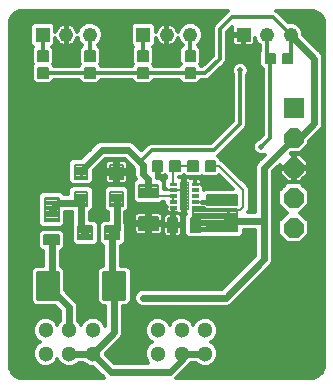
<source format=gbl>
G75*
%MOIN*%
%OFA0B0*%
%FSLAX25Y25*%
%IPPOS*%
%LPD*%
%AMOC8*
5,1,8,0,0,1.08239X$1,22.5*
%
%ADD10R,0.06600X0.06600*%
%ADD11OC8,0.06600*%
%ADD12C,0.00750*%
%ADD13C,0.01181*%
%ADD14C,0.05118*%
%ADD15R,0.04800X0.04800*%
%ADD16C,0.04800*%
%ADD17C,0.00827*%
%ADD18C,0.00531*%
%ADD19C,0.00561*%
%ADD20C,0.00148*%
%ADD21C,0.00496*%
%ADD22C,0.01969*%
%ADD23C,0.00591*%
%ADD24C,0.00738*%
%ADD25C,0.01200*%
%ADD26C,0.02362*%
%ADD27C,0.00787*%
%ADD28C,0.02362*%
%ADD29C,0.01575*%
D10*
X0113349Y0110626D03*
D11*
X0113349Y0100626D03*
X0113349Y0090626D03*
X0113349Y0080626D03*
X0113349Y0070626D03*
D12*
X0056419Y0082545D02*
X0052169Y0082545D01*
X0056419Y0082545D02*
X0056419Y0077895D01*
X0052169Y0077895D01*
X0052169Y0082545D01*
X0052169Y0078644D02*
X0056419Y0078644D01*
X0056419Y0079393D02*
X0052169Y0079393D01*
X0052169Y0080142D02*
X0056419Y0080142D01*
X0056419Y0080891D02*
X0052169Y0080891D01*
X0052169Y0081640D02*
X0056419Y0081640D01*
X0056419Y0082389D02*
X0052169Y0082389D01*
X0052169Y0091545D02*
X0056419Y0091545D01*
X0056419Y0086895D01*
X0052169Y0086895D01*
X0052169Y0091545D01*
X0052169Y0087644D02*
X0056419Y0087644D01*
X0056419Y0088393D02*
X0052169Y0088393D01*
X0052169Y0089142D02*
X0056419Y0089142D01*
X0056419Y0089891D02*
X0052169Y0089891D01*
X0052169Y0090640D02*
X0056419Y0090640D01*
X0056419Y0091389D02*
X0052169Y0091389D01*
X0044608Y0091545D02*
X0040358Y0091545D01*
X0044608Y0091545D02*
X0044608Y0086895D01*
X0040358Y0086895D01*
X0040358Y0091545D01*
X0040358Y0087644D02*
X0044608Y0087644D01*
X0044608Y0088393D02*
X0040358Y0088393D01*
X0040358Y0089142D02*
X0044608Y0089142D01*
X0044608Y0089891D02*
X0040358Y0089891D01*
X0040358Y0090640D02*
X0044608Y0090640D01*
X0044608Y0091389D02*
X0040358Y0091389D01*
X0040358Y0082545D02*
X0044608Y0082545D01*
X0044608Y0077895D01*
X0040358Y0077895D01*
X0040358Y0082545D01*
X0040358Y0078644D02*
X0044608Y0078644D01*
X0044608Y0079393D02*
X0040358Y0079393D01*
X0040358Y0080142D02*
X0044608Y0080142D01*
X0044608Y0080891D02*
X0040358Y0080891D01*
X0040358Y0081640D02*
X0044608Y0081640D01*
X0044608Y0082389D02*
X0040358Y0082389D01*
X0041564Y0071097D02*
X0041564Y0066847D01*
X0041564Y0071097D02*
X0046214Y0071097D01*
X0046214Y0066847D01*
X0041564Y0066847D01*
X0041564Y0067596D02*
X0046214Y0067596D01*
X0046214Y0068345D02*
X0041564Y0068345D01*
X0041564Y0069094D02*
X0046214Y0069094D01*
X0046214Y0069843D02*
X0041564Y0069843D01*
X0041564Y0070592D02*
X0046214Y0070592D01*
X0050564Y0071097D02*
X0050564Y0066847D01*
X0050564Y0071097D02*
X0055214Y0071097D01*
X0055214Y0066847D01*
X0050564Y0066847D01*
X0050564Y0067596D02*
X0055214Y0067596D01*
X0055214Y0068345D02*
X0050564Y0068345D01*
X0050564Y0069094D02*
X0055214Y0069094D01*
X0055214Y0069843D02*
X0050564Y0069843D01*
X0050564Y0070592D02*
X0055214Y0070592D01*
D13*
X0056933Y0055587D02*
X0050239Y0055587D01*
X0056933Y0055587D02*
X0056933Y0046925D01*
X0050239Y0046925D01*
X0050239Y0055587D01*
X0050239Y0048105D02*
X0056933Y0048105D01*
X0056933Y0049285D02*
X0050239Y0049285D01*
X0050239Y0050465D02*
X0056933Y0050465D01*
X0056933Y0051645D02*
X0050239Y0051645D01*
X0050239Y0052825D02*
X0056933Y0052825D01*
X0056933Y0054005D02*
X0050239Y0054005D01*
X0050239Y0055185D02*
X0056933Y0055185D01*
X0034728Y0046925D02*
X0028034Y0046925D01*
X0028034Y0055587D01*
X0034728Y0055587D01*
X0034728Y0046925D01*
X0034728Y0048105D02*
X0028034Y0048105D01*
X0028034Y0049285D02*
X0034728Y0049285D01*
X0034728Y0050465D02*
X0028034Y0050465D01*
X0028034Y0051645D02*
X0034728Y0051645D01*
X0034728Y0052825D02*
X0028034Y0052825D01*
X0028034Y0054005D02*
X0034728Y0054005D01*
X0034728Y0055185D02*
X0028034Y0055185D01*
X0062168Y0092594D02*
X0066105Y0096531D01*
X0086775Y0096531D01*
X0095534Y0105291D01*
X0095534Y0123106D01*
X0088743Y0127043D02*
X0088743Y0136886D01*
X0092680Y0140823D01*
X0106460Y0140823D01*
X0112365Y0134917D01*
X0112365Y0128126D01*
X0111282Y0127043D01*
X0105574Y0127043D02*
X0105475Y0126945D01*
X0105475Y0100469D01*
X0102523Y0097516D01*
X0083920Y0122220D02*
X0078900Y0122220D01*
X0063152Y0122220D01*
X0045436Y0122220D01*
X0029688Y0122220D01*
X0029688Y0127929D02*
X0029688Y0134917D01*
X0045436Y0134917D02*
X0045436Y0127929D01*
X0063152Y0127929D02*
X0063152Y0134917D01*
X0078900Y0134917D02*
X0078900Y0127929D01*
X0083920Y0122220D02*
X0088743Y0127043D01*
X0104491Y0128126D02*
X0104491Y0134917D01*
X0104491Y0128126D02*
X0105574Y0127043D01*
D14*
X0083822Y0036492D03*
X0083822Y0028618D03*
X0075948Y0028618D03*
X0075948Y0036492D03*
X0068074Y0036492D03*
X0068074Y0028618D03*
X0046420Y0028618D03*
X0046420Y0036492D03*
X0038546Y0036492D03*
X0038546Y0028618D03*
X0030672Y0028618D03*
X0030672Y0036492D03*
D15*
X0029688Y0134917D03*
X0063152Y0134917D03*
X0096617Y0134917D03*
D16*
X0104491Y0134917D03*
X0112365Y0134917D03*
X0078900Y0134917D03*
X0071026Y0134917D03*
X0045436Y0134917D03*
X0037562Y0134917D03*
D17*
X0030298Y0080567D02*
X0030298Y0072733D01*
X0030298Y0080567D02*
X0034984Y0080567D01*
X0034984Y0072733D01*
X0030298Y0072733D01*
X0030298Y0073559D02*
X0034984Y0073559D01*
X0034984Y0074385D02*
X0030298Y0074385D01*
X0030298Y0075211D02*
X0034984Y0075211D01*
X0034984Y0076037D02*
X0030298Y0076037D01*
X0030298Y0076863D02*
X0034984Y0076863D01*
X0034984Y0077689D02*
X0030298Y0077689D01*
X0030298Y0078515D02*
X0034984Y0078515D01*
X0034984Y0079341D02*
X0030298Y0079341D01*
X0030298Y0080167D02*
X0034984Y0080167D01*
D18*
X0030150Y0068116D02*
X0030150Y0065104D01*
X0030150Y0068116D02*
X0035132Y0068116D01*
X0035132Y0065104D01*
X0030150Y0065104D01*
X0030150Y0065634D02*
X0035132Y0065634D01*
X0035132Y0066164D02*
X0030150Y0066164D01*
X0030150Y0066694D02*
X0035132Y0066694D01*
X0035132Y0067224D02*
X0030150Y0067224D01*
X0030150Y0067754D02*
X0035132Y0067754D01*
X0071528Y0073786D02*
X0074540Y0073786D01*
X0074540Y0069198D01*
X0071528Y0069198D01*
X0071528Y0073786D01*
X0071528Y0069728D02*
X0074540Y0069728D01*
X0074540Y0070258D02*
X0071528Y0070258D01*
X0071528Y0070788D02*
X0074540Y0070788D01*
X0074540Y0071318D02*
X0071528Y0071318D01*
X0071528Y0071848D02*
X0074540Y0071848D01*
X0074540Y0072378D02*
X0071528Y0072378D01*
X0071528Y0072908D02*
X0074540Y0072908D01*
X0074540Y0073438D02*
X0071528Y0073438D01*
X0079009Y0073786D02*
X0082021Y0073786D01*
X0082021Y0069198D01*
X0079009Y0069198D01*
X0079009Y0073786D01*
X0079009Y0069728D02*
X0082021Y0069728D01*
X0082021Y0070258D02*
X0079009Y0070258D01*
X0079009Y0070788D02*
X0082021Y0070788D01*
X0082021Y0071318D02*
X0079009Y0071318D01*
X0079009Y0071848D02*
X0082021Y0071848D01*
X0082021Y0072378D02*
X0079009Y0072378D01*
X0079009Y0072908D02*
X0082021Y0072908D01*
X0082021Y0073438D02*
X0079009Y0073438D01*
D19*
X0078236Y0089587D02*
X0081416Y0089587D01*
X0078236Y0089587D02*
X0078236Y0092767D01*
X0081416Y0092767D01*
X0081416Y0089587D01*
X0081416Y0090147D02*
X0078236Y0090147D01*
X0078236Y0090707D02*
X0081416Y0090707D01*
X0081416Y0091267D02*
X0078236Y0091267D01*
X0078236Y0091827D02*
X0081416Y0091827D01*
X0081416Y0092387D02*
X0078236Y0092387D01*
X0075313Y0089587D02*
X0072133Y0089587D01*
X0072133Y0092767D01*
X0075313Y0092767D01*
X0075313Y0089587D01*
X0075313Y0090147D02*
X0072133Y0090147D01*
X0072133Y0090707D02*
X0075313Y0090707D01*
X0075313Y0091267D02*
X0072133Y0091267D01*
X0072133Y0091827D02*
X0075313Y0091827D01*
X0075313Y0092387D02*
X0072133Y0092387D01*
X0069605Y0089587D02*
X0066425Y0089587D01*
X0066425Y0092767D01*
X0069605Y0092767D01*
X0069605Y0089587D01*
X0069605Y0090147D02*
X0066425Y0090147D01*
X0066425Y0090707D02*
X0069605Y0090707D01*
X0069605Y0091267D02*
X0066425Y0091267D01*
X0066425Y0091827D02*
X0069605Y0091827D01*
X0069605Y0092387D02*
X0066425Y0092387D01*
X0083944Y0089587D02*
X0087124Y0089587D01*
X0083944Y0089587D02*
X0083944Y0092767D01*
X0087124Y0092767D01*
X0087124Y0089587D01*
X0087124Y0090147D02*
X0083944Y0090147D01*
X0083944Y0090707D02*
X0087124Y0090707D01*
X0087124Y0091267D02*
X0083944Y0091267D01*
X0083944Y0091827D02*
X0087124Y0091827D01*
X0087124Y0092387D02*
X0083944Y0092387D01*
X0080490Y0120630D02*
X0080490Y0123810D01*
X0080490Y0120630D02*
X0077310Y0120630D01*
X0077310Y0123810D01*
X0080490Y0123810D01*
X0080490Y0121190D02*
X0077310Y0121190D01*
X0077310Y0121750D02*
X0080490Y0121750D01*
X0080490Y0122310D02*
X0077310Y0122310D01*
X0077310Y0122870D02*
X0080490Y0122870D01*
X0080490Y0123430D02*
X0077310Y0123430D01*
X0080490Y0126339D02*
X0080490Y0129519D01*
X0080490Y0126339D02*
X0077310Y0126339D01*
X0077310Y0129519D01*
X0080490Y0129519D01*
X0080490Y0126899D02*
X0077310Y0126899D01*
X0077310Y0127459D02*
X0080490Y0127459D01*
X0080490Y0128019D02*
X0077310Y0128019D01*
X0077310Y0128579D02*
X0080490Y0128579D01*
X0080490Y0129139D02*
X0077310Y0129139D01*
X0064742Y0129519D02*
X0064742Y0126339D01*
X0061562Y0126339D01*
X0061562Y0129519D01*
X0064742Y0129519D01*
X0064742Y0126899D02*
X0061562Y0126899D01*
X0061562Y0127459D02*
X0064742Y0127459D01*
X0064742Y0128019D02*
X0061562Y0128019D01*
X0061562Y0128579D02*
X0064742Y0128579D01*
X0064742Y0129139D02*
X0061562Y0129139D01*
X0064742Y0123810D02*
X0064742Y0120630D01*
X0061562Y0120630D01*
X0061562Y0123810D01*
X0064742Y0123810D01*
X0064742Y0121190D02*
X0061562Y0121190D01*
X0061562Y0121750D02*
X0064742Y0121750D01*
X0064742Y0122310D02*
X0061562Y0122310D01*
X0061562Y0122870D02*
X0064742Y0122870D01*
X0064742Y0123430D02*
X0061562Y0123430D01*
X0047026Y0123810D02*
X0047026Y0120630D01*
X0043846Y0120630D01*
X0043846Y0123810D01*
X0047026Y0123810D01*
X0047026Y0121190D02*
X0043846Y0121190D01*
X0043846Y0121750D02*
X0047026Y0121750D01*
X0047026Y0122310D02*
X0043846Y0122310D01*
X0043846Y0122870D02*
X0047026Y0122870D01*
X0047026Y0123430D02*
X0043846Y0123430D01*
X0047026Y0126339D02*
X0047026Y0129519D01*
X0047026Y0126339D02*
X0043846Y0126339D01*
X0043846Y0129519D01*
X0047026Y0129519D01*
X0047026Y0126899D02*
X0043846Y0126899D01*
X0043846Y0127459D02*
X0047026Y0127459D01*
X0047026Y0128019D02*
X0043846Y0128019D01*
X0043846Y0128579D02*
X0047026Y0128579D01*
X0047026Y0129139D02*
X0043846Y0129139D01*
X0031278Y0129519D02*
X0031278Y0126339D01*
X0028098Y0126339D01*
X0028098Y0129519D01*
X0031278Y0129519D01*
X0031278Y0126899D02*
X0028098Y0126899D01*
X0028098Y0127459D02*
X0031278Y0127459D01*
X0031278Y0128019D02*
X0028098Y0128019D01*
X0028098Y0128579D02*
X0031278Y0128579D01*
X0031278Y0129139D02*
X0028098Y0129139D01*
X0031278Y0123810D02*
X0031278Y0120630D01*
X0028098Y0120630D01*
X0028098Y0123810D01*
X0031278Y0123810D01*
X0031278Y0121190D02*
X0028098Y0121190D01*
X0028098Y0121750D02*
X0031278Y0121750D01*
X0031278Y0122310D02*
X0028098Y0122310D01*
X0028098Y0122870D02*
X0031278Y0122870D01*
X0031278Y0123430D02*
X0028098Y0123430D01*
X0103984Y0125453D02*
X0107164Y0125453D01*
X0103984Y0125453D02*
X0103984Y0128633D01*
X0107164Y0128633D01*
X0107164Y0125453D01*
X0107164Y0126013D02*
X0103984Y0126013D01*
X0103984Y0126573D02*
X0107164Y0126573D01*
X0107164Y0127133D02*
X0103984Y0127133D01*
X0103984Y0127693D02*
X0107164Y0127693D01*
X0107164Y0128253D02*
X0103984Y0128253D01*
X0109692Y0125453D02*
X0112872Y0125453D01*
X0109692Y0125453D02*
X0109692Y0128633D01*
X0112872Y0128633D01*
X0112872Y0125453D01*
X0112872Y0126013D02*
X0109692Y0126013D01*
X0109692Y0126573D02*
X0112872Y0126573D01*
X0112872Y0127133D02*
X0109692Y0127133D01*
X0109692Y0127693D02*
X0112872Y0127693D01*
X0112872Y0128253D02*
X0109692Y0128253D01*
D20*
X0079605Y0085690D02*
X0079605Y0084854D01*
X0079605Y0085690D02*
X0081425Y0085690D01*
X0081425Y0084854D01*
X0079605Y0084854D01*
X0079605Y0085001D02*
X0081425Y0085001D01*
X0081425Y0085148D02*
X0079605Y0085148D01*
X0079605Y0085295D02*
X0081425Y0085295D01*
X0081425Y0085442D02*
X0079605Y0085442D01*
X0079605Y0085589D02*
X0081425Y0085589D01*
X0079605Y0083721D02*
X0079605Y0082885D01*
X0079605Y0083721D02*
X0081425Y0083721D01*
X0081425Y0082885D01*
X0079605Y0082885D01*
X0079605Y0083032D02*
X0081425Y0083032D01*
X0081425Y0083179D02*
X0079605Y0083179D01*
X0079605Y0083326D02*
X0081425Y0083326D01*
X0081425Y0083473D02*
X0079605Y0083473D01*
X0079605Y0083620D02*
X0081425Y0083620D01*
X0079605Y0081753D02*
X0079605Y0080917D01*
X0079605Y0081753D02*
X0081425Y0081753D01*
X0081425Y0080917D01*
X0079605Y0080917D01*
X0079605Y0081064D02*
X0081425Y0081064D01*
X0081425Y0081211D02*
X0079605Y0081211D01*
X0079605Y0081358D02*
X0081425Y0081358D01*
X0081425Y0081505D02*
X0079605Y0081505D01*
X0079605Y0081652D02*
X0081425Y0081652D01*
X0079605Y0079784D02*
X0079605Y0078948D01*
X0079605Y0079784D02*
X0081425Y0079784D01*
X0081425Y0078948D01*
X0079605Y0078948D01*
X0079605Y0079095D02*
X0081425Y0079095D01*
X0081425Y0079242D02*
X0079605Y0079242D01*
X0079605Y0079389D02*
X0081425Y0079389D01*
X0081425Y0079536D02*
X0079605Y0079536D01*
X0079605Y0079683D02*
X0081425Y0079683D01*
X0079605Y0077816D02*
X0079605Y0076980D01*
X0079605Y0077816D02*
X0081425Y0077816D01*
X0081425Y0076980D01*
X0079605Y0076980D01*
X0079605Y0077127D02*
X0081425Y0077127D01*
X0081425Y0077274D02*
X0079605Y0077274D01*
X0079605Y0077421D02*
X0081425Y0077421D01*
X0081425Y0077568D02*
X0079605Y0077568D01*
X0079605Y0077715D02*
X0081425Y0077715D01*
X0072124Y0077816D02*
X0072124Y0076980D01*
X0072124Y0077816D02*
X0073944Y0077816D01*
X0073944Y0076980D01*
X0072124Y0076980D01*
X0072124Y0077127D02*
X0073944Y0077127D01*
X0073944Y0077274D02*
X0072124Y0077274D01*
X0072124Y0077421D02*
X0073944Y0077421D01*
X0073944Y0077568D02*
X0072124Y0077568D01*
X0072124Y0077715D02*
X0073944Y0077715D01*
X0072124Y0078948D02*
X0072124Y0079784D01*
X0073944Y0079784D01*
X0073944Y0078948D01*
X0072124Y0078948D01*
X0072124Y0079095D02*
X0073944Y0079095D01*
X0073944Y0079242D02*
X0072124Y0079242D01*
X0072124Y0079389D02*
X0073944Y0079389D01*
X0073944Y0079536D02*
X0072124Y0079536D01*
X0072124Y0079683D02*
X0073944Y0079683D01*
X0072124Y0080917D02*
X0072124Y0081753D01*
X0073944Y0081753D01*
X0073944Y0080917D01*
X0072124Y0080917D01*
X0072124Y0081064D02*
X0073944Y0081064D01*
X0073944Y0081211D02*
X0072124Y0081211D01*
X0072124Y0081358D02*
X0073944Y0081358D01*
X0073944Y0081505D02*
X0072124Y0081505D01*
X0072124Y0081652D02*
X0073944Y0081652D01*
X0072124Y0082885D02*
X0072124Y0083721D01*
X0073944Y0083721D01*
X0073944Y0082885D01*
X0072124Y0082885D01*
X0072124Y0083032D02*
X0073944Y0083032D01*
X0073944Y0083179D02*
X0072124Y0083179D01*
X0072124Y0083326D02*
X0073944Y0083326D01*
X0073944Y0083473D02*
X0072124Y0083473D01*
X0072124Y0083620D02*
X0073944Y0083620D01*
X0072124Y0084854D02*
X0072124Y0085690D01*
X0073944Y0085690D01*
X0073944Y0084854D01*
X0072124Y0084854D01*
X0072124Y0085001D02*
X0073944Y0085001D01*
X0073944Y0085148D02*
X0072124Y0085148D01*
X0072124Y0085295D02*
X0073944Y0085295D01*
X0073944Y0085442D02*
X0072124Y0085442D01*
X0072124Y0085589D02*
X0073944Y0085589D01*
D21*
X0075370Y0076859D02*
X0078180Y0076859D01*
X0075370Y0076859D02*
X0075370Y0085811D01*
X0078180Y0085811D01*
X0078180Y0076859D01*
X0078180Y0077354D02*
X0075370Y0077354D01*
X0075370Y0077849D02*
X0078180Y0077849D01*
X0078180Y0078344D02*
X0075370Y0078344D01*
X0075370Y0078839D02*
X0078180Y0078839D01*
X0078180Y0079334D02*
X0075370Y0079334D01*
X0075370Y0079829D02*
X0078180Y0079829D01*
X0078180Y0080324D02*
X0075370Y0080324D01*
X0075370Y0080819D02*
X0078180Y0080819D01*
X0078180Y0081314D02*
X0075370Y0081314D01*
X0075370Y0081809D02*
X0078180Y0081809D01*
X0078180Y0082304D02*
X0075370Y0082304D01*
X0075370Y0082799D02*
X0078180Y0082799D01*
X0078180Y0083294D02*
X0075370Y0083294D01*
X0075370Y0083789D02*
X0078180Y0083789D01*
X0078180Y0084284D02*
X0075370Y0084284D01*
X0075370Y0084779D02*
X0078180Y0084779D01*
X0078180Y0085274D02*
X0075370Y0085274D01*
X0075370Y0085769D02*
X0078180Y0085769D01*
D22*
X0076775Y0085075D03*
X0076775Y0081335D03*
X0076775Y0077594D03*
X0102523Y0059130D03*
X0102523Y0097516D03*
X0098674Y0109140D03*
X0095534Y0123106D03*
X0063152Y0047319D03*
D23*
X0084550Y0072771D02*
X0094590Y0072771D01*
X0094590Y0069425D01*
X0084550Y0069425D01*
X0084550Y0072771D01*
X0084550Y0070015D02*
X0094590Y0070015D01*
X0094590Y0070605D02*
X0084550Y0070605D01*
X0084550Y0071195D02*
X0094590Y0071195D01*
X0094590Y0071785D02*
X0084550Y0071785D01*
X0084550Y0072375D02*
X0094590Y0072375D01*
X0094590Y0081433D02*
X0084550Y0081433D01*
X0094590Y0081433D02*
X0094590Y0078087D01*
X0084550Y0078087D01*
X0084550Y0081433D01*
X0084550Y0078677D02*
X0094590Y0078677D01*
X0094590Y0079267D02*
X0084550Y0079267D01*
X0084550Y0079857D02*
X0094590Y0079857D01*
X0094590Y0080447D02*
X0084550Y0080447D01*
X0084550Y0081037D02*
X0094590Y0081037D01*
D24*
X0061887Y0080720D02*
X0061887Y0084902D01*
X0068039Y0084902D01*
X0068039Y0080720D01*
X0061887Y0080720D01*
X0061887Y0081457D02*
X0068039Y0081457D01*
X0068039Y0082194D02*
X0061887Y0082194D01*
X0061887Y0082931D02*
X0068039Y0082931D01*
X0068039Y0083668D02*
X0061887Y0083668D01*
X0061887Y0084405D02*
X0068039Y0084405D01*
X0061887Y0074075D02*
X0061887Y0069893D01*
X0061887Y0074075D02*
X0068039Y0074075D01*
X0068039Y0069893D01*
X0061887Y0069893D01*
X0061887Y0070630D02*
X0068039Y0070630D01*
X0068039Y0071367D02*
X0061887Y0071367D01*
X0061887Y0072104D02*
X0068039Y0072104D01*
X0068039Y0072841D02*
X0061887Y0072841D01*
X0061887Y0073578D02*
X0068039Y0073578D01*
D25*
X0019385Y0022400D02*
X0020517Y0021267D01*
X0021997Y0020654D01*
X0022798Y0020576D01*
X0050247Y0020576D01*
X0046563Y0024259D01*
X0045553Y0024259D01*
X0043951Y0024923D01*
X0043237Y0025637D01*
X0041730Y0025637D01*
X0041015Y0024923D01*
X0039413Y0024259D01*
X0037679Y0024259D01*
X0036077Y0024923D01*
X0034851Y0026149D01*
X0034609Y0026732D01*
X0034368Y0026149D01*
X0033141Y0024923D01*
X0031539Y0024259D01*
X0029805Y0024259D01*
X0028203Y0024923D01*
X0026977Y0026149D01*
X0026313Y0027751D01*
X0026313Y0029485D01*
X0026977Y0031087D01*
X0028203Y0032314D01*
X0028786Y0032555D01*
X0028203Y0032797D01*
X0026977Y0034023D01*
X0026313Y0035625D01*
X0026313Y0037359D01*
X0026977Y0038961D01*
X0028203Y0040188D01*
X0029805Y0040851D01*
X0031539Y0040851D01*
X0033141Y0040188D01*
X0034368Y0038961D01*
X0034609Y0038378D01*
X0034851Y0038961D01*
X0035565Y0039676D01*
X0035565Y0042856D01*
X0033886Y0044535D01*
X0027559Y0044535D01*
X0026680Y0044899D01*
X0026008Y0045571D01*
X0025644Y0046450D01*
X0025644Y0056062D01*
X0026008Y0056941D01*
X0026680Y0057613D01*
X0027559Y0057977D01*
X0029660Y0057977D01*
X0029660Y0063039D01*
X0029295Y0063039D01*
X0028085Y0064249D01*
X0028085Y0068972D01*
X0029295Y0070182D01*
X0035986Y0070182D01*
X0037197Y0068972D01*
X0037197Y0064249D01*
X0035986Y0063039D01*
X0035622Y0063039D01*
X0035622Y0057804D01*
X0036081Y0057613D01*
X0036754Y0056941D01*
X0037118Y0056062D01*
X0037118Y0049735D01*
X0040235Y0046618D01*
X0041073Y0045779D01*
X0041527Y0044684D01*
X0041527Y0039676D01*
X0042242Y0038961D01*
X0042483Y0038378D01*
X0042725Y0038961D01*
X0043951Y0040188D01*
X0045553Y0040851D01*
X0047287Y0040851D01*
X0048889Y0040188D01*
X0050116Y0038961D01*
X0050604Y0037781D01*
X0050604Y0044535D01*
X0049764Y0044535D01*
X0048885Y0044899D01*
X0048212Y0045571D01*
X0047849Y0046450D01*
X0047849Y0056062D01*
X0048212Y0056941D01*
X0048885Y0057613D01*
X0049764Y0057977D01*
X0049908Y0057977D01*
X0049908Y0064672D01*
X0049663Y0064672D01*
X0048389Y0065947D01*
X0048389Y0071998D01*
X0049663Y0073272D01*
X0051313Y0073272D01*
X0051313Y0075720D01*
X0051268Y0075720D01*
X0049994Y0076995D01*
X0049994Y0083446D01*
X0051268Y0084720D01*
X0057320Y0084720D01*
X0058594Y0083446D01*
X0058594Y0076995D01*
X0057320Y0075720D01*
X0057275Y0075720D01*
X0057275Y0072112D01*
X0057389Y0071998D01*
X0057389Y0065947D01*
X0056115Y0064672D01*
X0055870Y0064672D01*
X0055870Y0057977D01*
X0057407Y0057977D01*
X0058286Y0057613D01*
X0058959Y0056941D01*
X0059323Y0056062D01*
X0059323Y0046450D01*
X0058959Y0045571D01*
X0058286Y0044899D01*
X0057407Y0044535D01*
X0056567Y0044535D01*
X0056567Y0035190D01*
X0056113Y0034095D01*
X0055274Y0033256D01*
X0050779Y0028761D01*
X0050779Y0028475D01*
X0053561Y0025694D01*
X0064834Y0025694D01*
X0064378Y0026149D01*
X0063715Y0027751D01*
X0063715Y0029485D01*
X0064378Y0031087D01*
X0065605Y0032314D01*
X0066188Y0032555D01*
X0065605Y0032797D01*
X0064378Y0034023D01*
X0063715Y0035625D01*
X0063715Y0037359D01*
X0064378Y0038961D01*
X0065605Y0040188D01*
X0067207Y0040851D01*
X0068941Y0040851D01*
X0070543Y0040188D01*
X0071769Y0038961D01*
X0072011Y0038378D01*
X0072252Y0038961D01*
X0073479Y0040188D01*
X0075081Y0040851D01*
X0076815Y0040851D01*
X0078417Y0040188D01*
X0079643Y0038961D01*
X0079885Y0038378D01*
X0080126Y0038961D01*
X0081353Y0040188D01*
X0082955Y0040851D01*
X0084689Y0040851D01*
X0086291Y0040188D01*
X0087517Y0038961D01*
X0088181Y0037359D01*
X0088181Y0035625D01*
X0087517Y0034023D01*
X0086291Y0032797D01*
X0085708Y0032555D01*
X0086291Y0032314D01*
X0087517Y0031087D01*
X0088181Y0029485D01*
X0088181Y0027751D01*
X0087517Y0026149D01*
X0086291Y0024923D01*
X0084689Y0024259D01*
X0082955Y0024259D01*
X0081353Y0024923D01*
X0080638Y0025637D01*
X0079131Y0025637D01*
X0078489Y0024995D01*
X0078475Y0024961D01*
X0074538Y0021024D01*
X0074090Y0020576D01*
X0119255Y0020576D01*
X0120056Y0020654D01*
X0121536Y0021267D01*
X0122668Y0022400D01*
X0123281Y0023880D01*
X0123360Y0024681D01*
X0123360Y0138854D01*
X0123281Y0139655D01*
X0122668Y0141135D01*
X0121536Y0142268D01*
X0120056Y0142881D01*
X0119255Y0142960D01*
X0107547Y0142960D01*
X0107814Y0142849D01*
X0111546Y0139117D01*
X0113200Y0139117D01*
X0114744Y0138478D01*
X0115926Y0137296D01*
X0116565Y0135753D01*
X0116565Y0134933D01*
X0122766Y0128732D01*
X0123220Y0127636D01*
X0123220Y0104797D01*
X0122766Y0103701D01*
X0121928Y0102862D01*
X0121928Y0102862D01*
X0118449Y0099384D01*
X0118449Y0098513D01*
X0115462Y0095526D01*
X0112623Y0095526D01*
X0112410Y0095313D01*
X0113063Y0095313D01*
X0113063Y0090912D01*
X0113063Y0090340D01*
X0108662Y0090340D01*
X0108662Y0088684D01*
X0111408Y0085939D01*
X0113063Y0085939D01*
X0113063Y0090340D01*
X0113635Y0090340D01*
X0113635Y0085939D01*
X0115291Y0085939D01*
X0118037Y0088684D01*
X0118037Y0090340D01*
X0113635Y0090340D01*
X0113635Y0090912D01*
X0113063Y0090912D01*
X0108662Y0090912D01*
X0108662Y0091565D01*
X0106488Y0089391D01*
X0106488Y0059521D01*
X0106034Y0058426D01*
X0105195Y0057587D01*
X0104211Y0056603D01*
X0104211Y0056603D01*
X0092400Y0044792D01*
X0091304Y0044338D01*
X0062559Y0044338D01*
X0061464Y0044792D01*
X0060625Y0045630D01*
X0060171Y0046726D01*
X0060171Y0047912D01*
X0060625Y0049008D01*
X0061464Y0049846D01*
X0062559Y0050300D01*
X0089477Y0050300D01*
X0099995Y0060819D01*
X0099995Y0060819D01*
X0100526Y0061349D01*
X0100526Y0069928D01*
X0096685Y0069928D01*
X0096685Y0068557D01*
X0095457Y0067330D01*
X0083073Y0067330D01*
X0082876Y0067133D01*
X0078153Y0067133D01*
X0076943Y0068343D01*
X0076943Y0074641D01*
X0077525Y0075223D01*
X0077001Y0075223D01*
X0077001Y0081108D01*
X0076548Y0081108D01*
X0076548Y0075223D01*
X0075357Y0075223D01*
X0075555Y0075108D01*
X0075863Y0074800D01*
X0076081Y0074424D01*
X0076193Y0074003D01*
X0076193Y0071778D01*
X0073320Y0071778D01*
X0072748Y0071778D01*
X0072748Y0071206D01*
X0069875Y0071206D01*
X0069875Y0068981D01*
X0069988Y0068561D01*
X0070206Y0068184D01*
X0070513Y0067876D01*
X0070890Y0067658D01*
X0071311Y0067546D01*
X0072748Y0067546D01*
X0072748Y0071206D01*
X0073320Y0071206D01*
X0073320Y0067546D01*
X0074758Y0067546D01*
X0075178Y0067658D01*
X0075555Y0067876D01*
X0075863Y0068184D01*
X0076081Y0068561D01*
X0076193Y0068981D01*
X0076193Y0071206D01*
X0073320Y0071206D01*
X0073320Y0071778D01*
X0073320Y0075439D01*
X0074557Y0075439D01*
X0074365Y0075550D01*
X0074342Y0075573D01*
X0074137Y0075518D01*
X0073034Y0075518D01*
X0073034Y0077074D01*
X0073034Y0077074D01*
X0073034Y0075518D01*
X0071932Y0075518D01*
X0071560Y0075618D01*
X0071227Y0075810D01*
X0070955Y0076082D01*
X0070762Y0076415D01*
X0070663Y0076787D01*
X0070663Y0077398D01*
X0071024Y0077398D01*
X0071024Y0077398D01*
X0070663Y0077398D01*
X0070663Y0077759D01*
X0070250Y0078172D01*
X0070250Y0079141D01*
X0069528Y0079141D01*
X0068938Y0078550D01*
X0060989Y0078550D01*
X0059719Y0079821D01*
X0059719Y0085801D01*
X0060756Y0086838D01*
X0060625Y0086969D01*
X0060171Y0088064D01*
X0060171Y0090375D01*
X0059641Y0090906D01*
X0056996Y0093550D01*
X0050608Y0093550D01*
X0046783Y0089726D01*
X0046783Y0085995D01*
X0045509Y0084720D01*
X0039457Y0084720D01*
X0038183Y0083446D01*
X0038183Y0081796D01*
X0036884Y0081796D01*
X0035900Y0082780D01*
X0029381Y0082780D01*
X0028085Y0081484D01*
X0028085Y0071815D01*
X0029381Y0070519D01*
X0035900Y0070519D01*
X0037197Y0071815D01*
X0037197Y0075834D01*
X0039344Y0075834D01*
X0039457Y0075720D01*
X0039502Y0075720D01*
X0039502Y0072112D01*
X0039389Y0071998D01*
X0039389Y0065947D01*
X0040663Y0064672D01*
X0047115Y0064672D01*
X0048389Y0065947D01*
X0048389Y0071998D01*
X0047115Y0073272D01*
X0045464Y0073272D01*
X0045464Y0075720D01*
X0045509Y0075720D01*
X0046783Y0076995D01*
X0046783Y0083446D01*
X0045509Y0084720D01*
X0039457Y0084720D01*
X0038183Y0085995D01*
X0038183Y0092446D01*
X0039457Y0093720D01*
X0042346Y0093720D01*
X0046846Y0098220D01*
X0047684Y0099059D01*
X0048780Y0099513D01*
X0058824Y0099513D01*
X0059920Y0099059D01*
X0062586Y0096393D01*
X0064079Y0097886D01*
X0064751Y0098558D01*
X0065630Y0098922D01*
X0085784Y0098922D01*
X0093144Y0106282D01*
X0093144Y0121602D01*
X0092750Y0122552D01*
X0092750Y0123660D01*
X0093174Y0124683D01*
X0093957Y0125467D01*
X0094981Y0125891D01*
X0096088Y0125891D01*
X0097111Y0125467D01*
X0097895Y0124683D01*
X0098319Y0123660D01*
X0098319Y0122552D01*
X0097925Y0121602D01*
X0097925Y0104816D01*
X0097561Y0103937D01*
X0096888Y0103265D01*
X0088228Y0094605D01*
X0089204Y0093629D01*
X0089204Y0093371D01*
X0089494Y0093371D01*
X0097368Y0085497D01*
X0098653Y0084212D01*
X0098653Y0076489D01*
X0098055Y0075891D01*
X0100526Y0075891D01*
X0100526Y0091219D01*
X0100980Y0092315D01*
X0101818Y0093153D01*
X0103623Y0094958D01*
X0103076Y0094731D01*
X0101969Y0094731D01*
X0100945Y0095155D01*
X0100162Y0095939D01*
X0099738Y0096962D01*
X0099738Y0098070D01*
X0100162Y0099093D01*
X0100945Y0099876D01*
X0101896Y0100270D01*
X0103085Y0101459D01*
X0103085Y0123411D01*
X0101904Y0124592D01*
X0101904Y0129495D01*
X0102100Y0129691D01*
X0102100Y0131368D01*
X0100930Y0132538D01*
X0100404Y0133808D01*
X0100404Y0132335D01*
X0100310Y0131982D01*
X0100127Y0131665D01*
X0099869Y0131407D01*
X0099553Y0131224D01*
X0099200Y0131130D01*
X0096817Y0131130D01*
X0096817Y0134717D01*
X0096417Y0134717D01*
X0096417Y0131130D01*
X0094034Y0131130D01*
X0093682Y0131224D01*
X0093365Y0131407D01*
X0093107Y0131665D01*
X0092924Y0131982D01*
X0092830Y0132335D01*
X0092830Y0134717D01*
X0096417Y0134717D01*
X0096417Y0135117D01*
X0092830Y0135117D01*
X0092830Y0137500D01*
X0092863Y0137625D01*
X0091134Y0135896D01*
X0091134Y0126568D01*
X0090770Y0125689D01*
X0090097Y0125017D01*
X0085274Y0120194D01*
X0084396Y0119830D01*
X0082571Y0119830D01*
X0082571Y0119769D01*
X0081352Y0118550D01*
X0076449Y0118550D01*
X0075230Y0119769D01*
X0075230Y0119830D01*
X0066823Y0119830D01*
X0066823Y0119769D01*
X0065604Y0118550D01*
X0060701Y0118550D01*
X0059482Y0119769D01*
X0059482Y0119830D01*
X0049106Y0119830D01*
X0049106Y0119769D01*
X0047887Y0118550D01*
X0042985Y0118550D01*
X0041766Y0119769D01*
X0041766Y0119830D01*
X0033358Y0119830D01*
X0033358Y0119769D01*
X0032139Y0118550D01*
X0027237Y0118550D01*
X0026018Y0119769D01*
X0026018Y0124672D01*
X0026421Y0125075D01*
X0026018Y0125478D01*
X0026018Y0130380D01*
X0026448Y0130811D01*
X0025488Y0131772D01*
X0025488Y0138063D01*
X0026542Y0139117D01*
X0032833Y0139117D01*
X0033888Y0138063D01*
X0033888Y0135860D01*
X0033920Y0136022D01*
X0034206Y0136711D01*
X0034620Y0137332D01*
X0035148Y0137859D01*
X0035768Y0138274D01*
X0036457Y0138559D01*
X0037189Y0138705D01*
X0037362Y0138705D01*
X0037362Y0135117D01*
X0037762Y0135117D01*
X0037762Y0138705D01*
X0037935Y0138705D01*
X0038667Y0138559D01*
X0039356Y0138274D01*
X0039976Y0137859D01*
X0040504Y0137332D01*
X0040918Y0136711D01*
X0041204Y0136022D01*
X0041250Y0135788D01*
X0041875Y0137296D01*
X0043057Y0138478D01*
X0044600Y0139117D01*
X0046271Y0139117D01*
X0047815Y0138478D01*
X0048997Y0137296D01*
X0049636Y0135753D01*
X0049636Y0134082D01*
X0048997Y0132538D01*
X0047972Y0131514D01*
X0049106Y0130380D01*
X0049106Y0125478D01*
X0048703Y0125075D01*
X0049106Y0124672D01*
X0049106Y0124611D01*
X0059482Y0124611D01*
X0059482Y0124672D01*
X0059885Y0125075D01*
X0059482Y0125478D01*
X0059482Y0130380D01*
X0059913Y0130811D01*
X0058952Y0131772D01*
X0058952Y0138063D01*
X0060007Y0139117D01*
X0066298Y0139117D01*
X0067352Y0138063D01*
X0067352Y0135860D01*
X0067385Y0136022D01*
X0067670Y0136711D01*
X0068085Y0137332D01*
X0068612Y0137859D01*
X0069232Y0138274D01*
X0069922Y0138559D01*
X0070653Y0138705D01*
X0070826Y0138705D01*
X0070826Y0135117D01*
X0071226Y0135117D01*
X0071226Y0138705D01*
X0071399Y0138705D01*
X0072131Y0138559D01*
X0072820Y0138274D01*
X0073441Y0137859D01*
X0073968Y0137332D01*
X0074383Y0136711D01*
X0074668Y0136022D01*
X0074715Y0135788D01*
X0075340Y0137296D01*
X0076521Y0138478D01*
X0078065Y0139117D01*
X0079736Y0139117D01*
X0081280Y0138478D01*
X0082461Y0137296D01*
X0083100Y0135753D01*
X0083100Y0134082D01*
X0082461Y0132538D01*
X0081437Y0131514D01*
X0082571Y0130380D01*
X0082571Y0125478D01*
X0082168Y0125075D01*
X0082571Y0124672D01*
X0082571Y0124611D01*
X0082930Y0124611D01*
X0086352Y0128034D01*
X0086352Y0137361D01*
X0086716Y0138240D01*
X0090653Y0142177D01*
X0091326Y0142849D01*
X0091592Y0142960D01*
X0022798Y0142960D01*
X0021997Y0142881D01*
X0020517Y0142268D01*
X0019385Y0141135D01*
X0018771Y0139655D01*
X0018693Y0138854D01*
X0018693Y0024681D01*
X0018771Y0023880D01*
X0019385Y0022400D01*
X0019414Y0022371D02*
X0048451Y0022371D01*
X0047253Y0023570D02*
X0018900Y0023570D01*
X0018693Y0024768D02*
X0028576Y0024768D01*
X0027159Y0025967D02*
X0018693Y0025967D01*
X0018693Y0027165D02*
X0026556Y0027165D01*
X0026313Y0028364D02*
X0018693Y0028364D01*
X0018693Y0029562D02*
X0026345Y0029562D01*
X0026841Y0030761D02*
X0018693Y0030761D01*
X0018693Y0031959D02*
X0027849Y0031959D01*
X0027842Y0033158D02*
X0018693Y0033158D01*
X0018693Y0034356D02*
X0026839Y0034356D01*
X0026342Y0035555D02*
X0018693Y0035555D01*
X0018693Y0036753D02*
X0026313Y0036753D01*
X0026559Y0037952D02*
X0018693Y0037952D01*
X0018693Y0039150D02*
X0027166Y0039150D01*
X0028592Y0040349D02*
X0018693Y0040349D01*
X0018693Y0041547D02*
X0035565Y0041547D01*
X0035565Y0040349D02*
X0032752Y0040349D01*
X0034179Y0039150D02*
X0035040Y0039150D01*
X0035565Y0042746D02*
X0018693Y0042746D01*
X0018693Y0043944D02*
X0034476Y0043944D01*
X0038114Y0048738D02*
X0047849Y0048738D01*
X0047849Y0047540D02*
X0039313Y0047540D01*
X0040511Y0046341D02*
X0047893Y0046341D01*
X0048641Y0045143D02*
X0041337Y0045143D01*
X0041527Y0043944D02*
X0050604Y0043944D01*
X0050604Y0042746D02*
X0041527Y0042746D01*
X0041527Y0041547D02*
X0050604Y0041547D01*
X0050604Y0040349D02*
X0048500Y0040349D01*
X0049927Y0039150D02*
X0050604Y0039150D01*
X0050604Y0037952D02*
X0050534Y0037952D01*
X0055176Y0033158D02*
X0065243Y0033158D01*
X0065250Y0031959D02*
X0053977Y0031959D01*
X0052779Y0030761D02*
X0064243Y0030761D01*
X0063747Y0029562D02*
X0051580Y0029562D01*
X0050891Y0028364D02*
X0063715Y0028364D01*
X0063957Y0027165D02*
X0052089Y0027165D01*
X0053288Y0025967D02*
X0064561Y0025967D01*
X0064240Y0034356D02*
X0056221Y0034356D01*
X0056567Y0035555D02*
X0063744Y0035555D01*
X0063715Y0036753D02*
X0056567Y0036753D01*
X0056567Y0037952D02*
X0063960Y0037952D01*
X0064567Y0039150D02*
X0056567Y0039150D01*
X0056567Y0040349D02*
X0065994Y0040349D01*
X0070154Y0040349D02*
X0073868Y0040349D01*
X0072441Y0039150D02*
X0071580Y0039150D01*
X0078028Y0040349D02*
X0081742Y0040349D01*
X0080315Y0039150D02*
X0079454Y0039150D01*
X0085902Y0040349D02*
X0123360Y0040349D01*
X0123360Y0041547D02*
X0056567Y0041547D01*
X0056567Y0042746D02*
X0123360Y0042746D01*
X0123360Y0043944D02*
X0056567Y0043944D01*
X0058530Y0045143D02*
X0061113Y0045143D01*
X0060331Y0046341D02*
X0059278Y0046341D01*
X0059323Y0047540D02*
X0060171Y0047540D01*
X0060514Y0048738D02*
X0059323Y0048738D01*
X0059323Y0049937D02*
X0061683Y0049937D01*
X0059323Y0051135D02*
X0090312Y0051135D01*
X0091511Y0052334D02*
X0059323Y0052334D01*
X0059323Y0053532D02*
X0092709Y0053532D01*
X0093908Y0054731D02*
X0059323Y0054731D01*
X0059323Y0055929D02*
X0095106Y0055929D01*
X0096305Y0057128D02*
X0058771Y0057128D01*
X0055870Y0058326D02*
X0097503Y0058326D01*
X0098702Y0059525D02*
X0055870Y0059525D01*
X0055870Y0060723D02*
X0099900Y0060723D01*
X0100526Y0061922D02*
X0055870Y0061922D01*
X0055870Y0063121D02*
X0100526Y0063121D01*
X0100526Y0064319D02*
X0055870Y0064319D01*
X0056960Y0065518D02*
X0100526Y0065518D01*
X0100526Y0066716D02*
X0057389Y0066716D01*
X0057389Y0067915D02*
X0070475Y0067915D01*
X0069875Y0069113D02*
X0069617Y0069113D01*
X0069676Y0069215D02*
X0069796Y0069661D01*
X0069796Y0071384D01*
X0065564Y0071384D01*
X0065564Y0072584D01*
X0069796Y0072584D01*
X0069796Y0074307D01*
X0069676Y0074754D01*
X0069445Y0075154D01*
X0069118Y0075481D01*
X0068717Y0075713D01*
X0068271Y0075832D01*
X0065563Y0075832D01*
X0065563Y0072584D01*
X0064363Y0072584D01*
X0064363Y0071384D01*
X0060131Y0071384D01*
X0060131Y0069661D01*
X0060251Y0069215D01*
X0060482Y0068814D01*
X0060809Y0068487D01*
X0061210Y0068256D01*
X0061656Y0068136D01*
X0064363Y0068136D01*
X0064363Y0071384D01*
X0065563Y0071384D01*
X0065563Y0068136D01*
X0068271Y0068136D01*
X0068717Y0068256D01*
X0069118Y0068487D01*
X0069445Y0068814D01*
X0069676Y0069215D01*
X0069796Y0070312D02*
X0069875Y0070312D01*
X0069875Y0071778D02*
X0072748Y0071778D01*
X0072748Y0075439D01*
X0071311Y0075439D01*
X0070890Y0075326D01*
X0070513Y0075108D01*
X0070206Y0074800D01*
X0069988Y0074424D01*
X0069875Y0074003D01*
X0069875Y0071778D01*
X0069875Y0072709D02*
X0069796Y0072709D01*
X0069796Y0073907D02*
X0069875Y0073907D01*
X0069473Y0075106D02*
X0070511Y0075106D01*
X0070826Y0076304D02*
X0057904Y0076304D01*
X0057275Y0075106D02*
X0060454Y0075106D01*
X0060482Y0075154D02*
X0060251Y0074754D01*
X0060131Y0074307D01*
X0060131Y0072584D01*
X0064363Y0072584D01*
X0064363Y0075832D01*
X0061656Y0075832D01*
X0061210Y0075713D01*
X0060809Y0075481D01*
X0060482Y0075154D01*
X0060131Y0073907D02*
X0057275Y0073907D01*
X0057275Y0072709D02*
X0060131Y0072709D01*
X0060131Y0070312D02*
X0057389Y0070312D01*
X0057389Y0071510D02*
X0064363Y0071510D01*
X0064363Y0070312D02*
X0065563Y0070312D01*
X0065564Y0071510D02*
X0072748Y0071510D01*
X0073320Y0071510D02*
X0076943Y0071510D01*
X0076943Y0070312D02*
X0076193Y0070312D01*
X0076193Y0069113D02*
X0076943Y0069113D01*
X0077372Y0067915D02*
X0075594Y0067915D01*
X0073320Y0067915D02*
X0072748Y0067915D01*
X0072748Y0069113D02*
X0073320Y0069113D01*
X0073320Y0070312D02*
X0072748Y0070312D01*
X0072748Y0072709D02*
X0073320Y0072709D01*
X0073320Y0073907D02*
X0072748Y0073907D01*
X0072748Y0075106D02*
X0073320Y0075106D01*
X0073034Y0076304D02*
X0073034Y0076304D01*
X0070663Y0077503D02*
X0058594Y0077503D01*
X0058594Y0078701D02*
X0060838Y0078701D01*
X0059719Y0079900D02*
X0058594Y0079900D01*
X0058594Y0081098D02*
X0059719Y0081098D01*
X0059719Y0082297D02*
X0058594Y0082297D01*
X0058545Y0083495D02*
X0059719Y0083495D01*
X0059719Y0084694D02*
X0057347Y0084694D01*
X0057099Y0085253D02*
X0057501Y0085485D01*
X0057829Y0085813D01*
X0058061Y0086215D01*
X0058182Y0086663D01*
X0058182Y0088620D01*
X0054894Y0088620D01*
X0054894Y0085133D01*
X0056651Y0085133D01*
X0057099Y0085253D01*
X0057875Y0085892D02*
X0059810Y0085892D01*
X0060575Y0087091D02*
X0058182Y0087091D01*
X0058182Y0088289D02*
X0060171Y0088289D01*
X0060171Y0089488D02*
X0054894Y0089488D01*
X0054894Y0089820D02*
X0054894Y0088620D01*
X0053694Y0088620D01*
X0053694Y0085133D01*
X0051937Y0085133D01*
X0051489Y0085253D01*
X0051087Y0085485D01*
X0050759Y0085813D01*
X0050527Y0086215D01*
X0050407Y0086663D01*
X0050407Y0088620D01*
X0053694Y0088620D01*
X0053694Y0089820D01*
X0050407Y0089820D01*
X0050407Y0091777D01*
X0050527Y0092226D01*
X0050759Y0092628D01*
X0051087Y0092956D01*
X0051489Y0093188D01*
X0051937Y0093308D01*
X0053694Y0093308D01*
X0053694Y0089821D01*
X0054894Y0089821D01*
X0054894Y0093308D01*
X0056651Y0093308D01*
X0057099Y0093188D01*
X0057501Y0092956D01*
X0057829Y0092628D01*
X0058061Y0092226D01*
X0058182Y0091777D01*
X0058182Y0089820D01*
X0054894Y0089820D01*
X0054894Y0090686D02*
X0053694Y0090686D01*
X0053694Y0089488D02*
X0046783Y0089488D01*
X0046783Y0088289D02*
X0050407Y0088289D01*
X0050407Y0087091D02*
X0046783Y0087091D01*
X0046681Y0085892D02*
X0050713Y0085892D01*
X0051242Y0084694D02*
X0045536Y0084694D01*
X0046734Y0083495D02*
X0050043Y0083495D01*
X0049994Y0082297D02*
X0046783Y0082297D01*
X0046783Y0081098D02*
X0049994Y0081098D01*
X0049994Y0079900D02*
X0046783Y0079900D01*
X0046783Y0078701D02*
X0049994Y0078701D01*
X0049994Y0077503D02*
X0046783Y0077503D01*
X0046093Y0076304D02*
X0050685Y0076304D01*
X0051313Y0075106D02*
X0045464Y0075106D01*
X0045464Y0073907D02*
X0051313Y0073907D01*
X0049099Y0072709D02*
X0047678Y0072709D01*
X0048389Y0071510D02*
X0048389Y0071510D01*
X0048389Y0070312D02*
X0048389Y0070312D01*
X0048389Y0069113D02*
X0048389Y0069113D01*
X0048389Y0067915D02*
X0048389Y0067915D01*
X0048389Y0066716D02*
X0048389Y0066716D01*
X0047960Y0065518D02*
X0048818Y0065518D01*
X0049908Y0064319D02*
X0037197Y0064319D01*
X0037197Y0065518D02*
X0039818Y0065518D01*
X0039389Y0066716D02*
X0037197Y0066716D01*
X0037197Y0067915D02*
X0039389Y0067915D01*
X0039389Y0069113D02*
X0037055Y0069113D01*
X0039389Y0070312D02*
X0018693Y0070312D01*
X0018693Y0071510D02*
X0028390Y0071510D01*
X0028085Y0072709D02*
X0018693Y0072709D01*
X0018693Y0073907D02*
X0028085Y0073907D01*
X0028085Y0075106D02*
X0018693Y0075106D01*
X0018693Y0076304D02*
X0028085Y0076304D01*
X0028085Y0077503D02*
X0018693Y0077503D01*
X0018693Y0078701D02*
X0028085Y0078701D01*
X0028085Y0079900D02*
X0018693Y0079900D01*
X0018693Y0081098D02*
X0028085Y0081098D01*
X0028898Y0082297D02*
X0018693Y0082297D01*
X0018693Y0083495D02*
X0038232Y0083495D01*
X0038183Y0082297D02*
X0036384Y0082297D01*
X0039430Y0084694D02*
X0018693Y0084694D01*
X0018693Y0085892D02*
X0038285Y0085892D01*
X0038183Y0087091D02*
X0018693Y0087091D01*
X0018693Y0088289D02*
X0038183Y0088289D01*
X0038183Y0089488D02*
X0018693Y0089488D01*
X0018693Y0090686D02*
X0038183Y0090686D01*
X0038183Y0091885D02*
X0018693Y0091885D01*
X0018693Y0093083D02*
X0038820Y0093083D01*
X0042907Y0094282D02*
X0018693Y0094282D01*
X0018693Y0095480D02*
X0044106Y0095480D01*
X0045304Y0096679D02*
X0018693Y0096679D01*
X0018693Y0097877D02*
X0046503Y0097877D01*
X0047726Y0099076D02*
X0018693Y0099076D01*
X0018693Y0100274D02*
X0087137Y0100274D01*
X0088335Y0101473D02*
X0018693Y0101473D01*
X0018693Y0102671D02*
X0089534Y0102671D01*
X0090732Y0103870D02*
X0018693Y0103870D01*
X0018693Y0105068D02*
X0091931Y0105068D01*
X0093129Y0106267D02*
X0018693Y0106267D01*
X0018693Y0107465D02*
X0093144Y0107465D01*
X0093144Y0108664D02*
X0018693Y0108664D01*
X0018693Y0109862D02*
X0093144Y0109862D01*
X0093144Y0111061D02*
X0018693Y0111061D01*
X0018693Y0112259D02*
X0093144Y0112259D01*
X0093144Y0113458D02*
X0018693Y0113458D01*
X0018693Y0114656D02*
X0093144Y0114656D01*
X0093144Y0115855D02*
X0018693Y0115855D01*
X0018693Y0117054D02*
X0093144Y0117054D01*
X0093144Y0118252D02*
X0018693Y0118252D01*
X0018693Y0119451D02*
X0026336Y0119451D01*
X0026018Y0120649D02*
X0018693Y0120649D01*
X0018693Y0121848D02*
X0026018Y0121848D01*
X0026018Y0123046D02*
X0018693Y0123046D01*
X0018693Y0124245D02*
X0026018Y0124245D01*
X0026052Y0125443D02*
X0018693Y0125443D01*
X0018693Y0126642D02*
X0026018Y0126642D01*
X0026018Y0127840D02*
X0018693Y0127840D01*
X0018693Y0129039D02*
X0026018Y0129039D01*
X0026018Y0130237D02*
X0018693Y0130237D01*
X0018693Y0131436D02*
X0025824Y0131436D01*
X0025488Y0132634D02*
X0018693Y0132634D01*
X0018693Y0133833D02*
X0025488Y0133833D01*
X0025488Y0135031D02*
X0018693Y0135031D01*
X0018693Y0136230D02*
X0025488Y0136230D01*
X0025488Y0137428D02*
X0018693Y0137428D01*
X0018693Y0138627D02*
X0026052Y0138627D01*
X0020472Y0142222D02*
X0090699Y0142222D01*
X0089500Y0141024D02*
X0019338Y0141024D01*
X0018842Y0139825D02*
X0088302Y0139825D01*
X0087103Y0138627D02*
X0080920Y0138627D01*
X0082329Y0137428D02*
X0086380Y0137428D01*
X0086352Y0136230D02*
X0082903Y0136230D01*
X0083100Y0135031D02*
X0086352Y0135031D01*
X0086352Y0133833D02*
X0082997Y0133833D01*
X0082501Y0132634D02*
X0086352Y0132634D01*
X0086352Y0131436D02*
X0081515Y0131436D01*
X0082571Y0130237D02*
X0086352Y0130237D01*
X0086352Y0129039D02*
X0082571Y0129039D01*
X0082571Y0127840D02*
X0086159Y0127840D01*
X0084961Y0126642D02*
X0082571Y0126642D01*
X0082536Y0125443D02*
X0083762Y0125443D01*
X0086928Y0121848D02*
X0093042Y0121848D01*
X0093144Y0120649D02*
X0085730Y0120649D01*
X0088127Y0123046D02*
X0092750Y0123046D01*
X0092992Y0124245D02*
X0089325Y0124245D01*
X0090524Y0125443D02*
X0093934Y0125443D01*
X0091134Y0126642D02*
X0101904Y0126642D01*
X0101904Y0127840D02*
X0091134Y0127840D01*
X0091134Y0129039D02*
X0101904Y0129039D01*
X0102100Y0130237D02*
X0091134Y0130237D01*
X0091134Y0131436D02*
X0093337Y0131436D01*
X0092830Y0132634D02*
X0091134Y0132634D01*
X0091134Y0133833D02*
X0092830Y0133833D01*
X0091134Y0135031D02*
X0096417Y0135031D01*
X0096417Y0133833D02*
X0096817Y0133833D01*
X0096817Y0132634D02*
X0096417Y0132634D01*
X0096417Y0131436D02*
X0096817Y0131436D01*
X0099897Y0131436D02*
X0102033Y0131436D01*
X0100891Y0132634D02*
X0100404Y0132634D01*
X0101904Y0125443D02*
X0097135Y0125443D01*
X0098077Y0124245D02*
X0102251Y0124245D01*
X0103085Y0123046D02*
X0098319Y0123046D01*
X0098027Y0121848D02*
X0103085Y0121848D01*
X0103085Y0120649D02*
X0097925Y0120649D01*
X0097925Y0119451D02*
X0103085Y0119451D01*
X0103085Y0118252D02*
X0097925Y0118252D01*
X0097925Y0117054D02*
X0103085Y0117054D01*
X0103085Y0115855D02*
X0097925Y0115855D01*
X0097925Y0114656D02*
X0103085Y0114656D01*
X0103085Y0113458D02*
X0097925Y0113458D01*
X0097925Y0112259D02*
X0103085Y0112259D01*
X0103085Y0111061D02*
X0097925Y0111061D01*
X0097925Y0109862D02*
X0103085Y0109862D01*
X0103085Y0108664D02*
X0097925Y0108664D01*
X0097925Y0107465D02*
X0103085Y0107465D01*
X0103085Y0106267D02*
X0097925Y0106267D01*
X0097925Y0105068D02*
X0103085Y0105068D01*
X0103085Y0103870D02*
X0097494Y0103870D01*
X0096295Y0102671D02*
X0103085Y0102671D01*
X0103085Y0101473D02*
X0095097Y0101473D01*
X0093898Y0100274D02*
X0101900Y0100274D01*
X0100155Y0099076D02*
X0092700Y0099076D01*
X0091501Y0097877D02*
X0099738Y0097877D01*
X0099856Y0096679D02*
X0090303Y0096679D01*
X0089104Y0095480D02*
X0100620Y0095480D01*
X0102947Y0094282D02*
X0088551Y0094282D01*
X0089782Y0093083D02*
X0101748Y0093083D01*
X0100801Y0091885D02*
X0090980Y0091885D01*
X0092179Y0090686D02*
X0100526Y0090686D01*
X0100526Y0089488D02*
X0093377Y0089488D01*
X0094576Y0088289D02*
X0100526Y0088289D01*
X0100526Y0087091D02*
X0095774Y0087091D01*
X0096973Y0085892D02*
X0100526Y0085892D01*
X0100526Y0084694D02*
X0098171Y0084694D01*
X0098653Y0083495D02*
X0100526Y0083495D01*
X0100526Y0082297D02*
X0098653Y0082297D01*
X0098653Y0081098D02*
X0100526Y0081098D01*
X0100526Y0079900D02*
X0098653Y0079900D01*
X0098653Y0078701D02*
X0100526Y0078701D01*
X0100526Y0077503D02*
X0098653Y0077503D01*
X0098468Y0076304D02*
X0100526Y0076304D01*
X0106488Y0076304D02*
X0110459Y0076304D01*
X0111137Y0075626D02*
X0108249Y0072738D01*
X0108249Y0068513D01*
X0111237Y0065526D01*
X0115462Y0065526D01*
X0118449Y0068513D01*
X0118449Y0072738D01*
X0115562Y0075626D01*
X0118449Y0078513D01*
X0118449Y0082738D01*
X0115462Y0085726D01*
X0111237Y0085726D01*
X0108249Y0082738D01*
X0108249Y0078513D01*
X0111137Y0075626D01*
X0110616Y0075106D02*
X0106488Y0075106D01*
X0106488Y0073907D02*
X0109418Y0073907D01*
X0108249Y0072709D02*
X0106488Y0072709D01*
X0106488Y0071510D02*
X0108249Y0071510D01*
X0108249Y0070312D02*
X0106488Y0070312D01*
X0106488Y0069113D02*
X0108249Y0069113D01*
X0108848Y0067915D02*
X0106488Y0067915D01*
X0106488Y0066716D02*
X0110047Y0066716D01*
X0106488Y0065518D02*
X0123360Y0065518D01*
X0123360Y0066716D02*
X0116652Y0066716D01*
X0117850Y0067915D02*
X0123360Y0067915D01*
X0123360Y0069113D02*
X0118449Y0069113D01*
X0118449Y0070312D02*
X0123360Y0070312D01*
X0123360Y0071510D02*
X0118449Y0071510D01*
X0118449Y0072709D02*
X0123360Y0072709D01*
X0123360Y0073907D02*
X0117281Y0073907D01*
X0116082Y0075106D02*
X0123360Y0075106D01*
X0123360Y0076304D02*
X0116240Y0076304D01*
X0117438Y0077503D02*
X0123360Y0077503D01*
X0123360Y0078701D02*
X0118449Y0078701D01*
X0118449Y0079900D02*
X0123360Y0079900D01*
X0123360Y0081098D02*
X0118449Y0081098D01*
X0118449Y0082297D02*
X0123360Y0082297D01*
X0123360Y0083495D02*
X0117693Y0083495D01*
X0116494Y0084694D02*
X0123360Y0084694D01*
X0123360Y0085892D02*
X0106488Y0085892D01*
X0106488Y0084694D02*
X0110205Y0084694D01*
X0109006Y0083495D02*
X0106488Y0083495D01*
X0106488Y0082297D02*
X0108249Y0082297D01*
X0108249Y0081098D02*
X0106488Y0081098D01*
X0106488Y0079900D02*
X0108249Y0079900D01*
X0108249Y0078701D02*
X0106488Y0078701D01*
X0106488Y0077503D02*
X0109260Y0077503D01*
X0110256Y0087091D02*
X0106488Y0087091D01*
X0106488Y0088289D02*
X0109057Y0088289D01*
X0108662Y0089488D02*
X0106584Y0089488D01*
X0107783Y0090686D02*
X0113063Y0090686D01*
X0113635Y0090686D02*
X0123360Y0090686D01*
X0123360Y0089488D02*
X0118037Y0089488D01*
X0117642Y0088289D02*
X0123360Y0088289D01*
X0123360Y0087091D02*
X0116443Y0087091D01*
X0113635Y0087091D02*
X0113063Y0087091D01*
X0113063Y0088289D02*
X0113635Y0088289D01*
X0113635Y0089488D02*
X0113063Y0089488D01*
X0113635Y0090912D02*
X0118037Y0090912D01*
X0118037Y0092568D01*
X0115291Y0095313D01*
X0113635Y0095313D01*
X0113635Y0090912D01*
X0113635Y0091885D02*
X0113063Y0091885D01*
X0113063Y0093083D02*
X0113635Y0093083D01*
X0113635Y0094282D02*
X0113063Y0094282D01*
X0112577Y0095480D02*
X0123360Y0095480D01*
X0123360Y0094282D02*
X0116322Y0094282D01*
X0117521Y0093083D02*
X0123360Y0093083D01*
X0123360Y0091885D02*
X0118037Y0091885D01*
X0116615Y0096679D02*
X0123360Y0096679D01*
X0123360Y0097877D02*
X0117813Y0097877D01*
X0118449Y0099076D02*
X0123360Y0099076D01*
X0123360Y0100274D02*
X0119340Y0100274D01*
X0120538Y0101473D02*
X0123360Y0101473D01*
X0123360Y0102671D02*
X0121737Y0102671D01*
X0122836Y0103870D02*
X0123360Y0103870D01*
X0123360Y0105068D02*
X0123220Y0105068D01*
X0123220Y0106267D02*
X0123360Y0106267D01*
X0123360Y0107465D02*
X0123220Y0107465D01*
X0123220Y0108664D02*
X0123360Y0108664D01*
X0123360Y0109862D02*
X0123220Y0109862D01*
X0123220Y0111061D02*
X0123360Y0111061D01*
X0123360Y0112259D02*
X0123220Y0112259D01*
X0123220Y0113458D02*
X0123360Y0113458D01*
X0123360Y0114656D02*
X0123220Y0114656D01*
X0123220Y0115855D02*
X0123360Y0115855D01*
X0123360Y0117054D02*
X0123220Y0117054D01*
X0123220Y0118252D02*
X0123360Y0118252D01*
X0123360Y0119451D02*
X0123220Y0119451D01*
X0123220Y0120649D02*
X0123360Y0120649D01*
X0123360Y0121848D02*
X0123220Y0121848D01*
X0123220Y0123046D02*
X0123360Y0123046D01*
X0123360Y0124245D02*
X0123220Y0124245D01*
X0123220Y0125443D02*
X0123360Y0125443D01*
X0123360Y0126642D02*
X0123220Y0126642D01*
X0123136Y0127840D02*
X0123360Y0127840D01*
X0123360Y0129039D02*
X0122460Y0129039D01*
X0123360Y0130237D02*
X0121261Y0130237D01*
X0120063Y0131436D02*
X0123360Y0131436D01*
X0123360Y0132634D02*
X0118864Y0132634D01*
X0117666Y0133833D02*
X0123360Y0133833D01*
X0123360Y0135031D02*
X0116565Y0135031D01*
X0116367Y0136230D02*
X0123360Y0136230D01*
X0123360Y0137428D02*
X0115794Y0137428D01*
X0114385Y0138627D02*
X0123360Y0138627D01*
X0123211Y0139825D02*
X0110838Y0139825D01*
X0109639Y0141024D02*
X0122715Y0141024D01*
X0121581Y0142222D02*
X0108441Y0142222D01*
X0092830Y0137428D02*
X0092666Y0137428D01*
X0092830Y0136230D02*
X0091468Y0136230D01*
X0076881Y0138627D02*
X0071792Y0138627D01*
X0071226Y0138627D02*
X0070826Y0138627D01*
X0070261Y0138627D02*
X0066789Y0138627D01*
X0067352Y0137428D02*
X0068181Y0137428D01*
X0067471Y0136230D02*
X0067352Y0136230D01*
X0067352Y0133974D02*
X0067385Y0133813D01*
X0067670Y0133123D01*
X0068085Y0132503D01*
X0068612Y0131975D01*
X0069232Y0131561D01*
X0069922Y0131275D01*
X0070653Y0131130D01*
X0070826Y0131130D01*
X0070826Y0134717D01*
X0071226Y0134717D01*
X0071226Y0131130D01*
X0071399Y0131130D01*
X0072131Y0131275D01*
X0072820Y0131561D01*
X0073441Y0131975D01*
X0073968Y0132503D01*
X0074383Y0133123D01*
X0074668Y0133813D01*
X0074715Y0134047D01*
X0075340Y0132538D01*
X0076364Y0131514D01*
X0075230Y0130380D01*
X0075230Y0125478D01*
X0075633Y0125075D01*
X0075230Y0124672D01*
X0075230Y0124611D01*
X0066823Y0124611D01*
X0066823Y0124672D01*
X0066420Y0125075D01*
X0066823Y0125478D01*
X0066823Y0130380D01*
X0066392Y0130811D01*
X0067352Y0131772D01*
X0067352Y0133974D01*
X0067352Y0133833D02*
X0067381Y0133833D01*
X0067352Y0132634D02*
X0067997Y0132634D01*
X0067016Y0131436D02*
X0069535Y0131436D01*
X0070826Y0131436D02*
X0071226Y0131436D01*
X0071226Y0132634D02*
X0070826Y0132634D01*
X0070826Y0133833D02*
X0071226Y0133833D01*
X0072518Y0131436D02*
X0076286Y0131436D01*
X0075300Y0132634D02*
X0074056Y0132634D01*
X0074672Y0133833D02*
X0074804Y0133833D01*
X0074898Y0136230D02*
X0074582Y0136230D01*
X0073872Y0137428D02*
X0075472Y0137428D01*
X0071226Y0137428D02*
X0070826Y0137428D01*
X0070826Y0136230D02*
X0071226Y0136230D01*
X0075230Y0130237D02*
X0066823Y0130237D01*
X0066823Y0129039D02*
X0075230Y0129039D01*
X0075230Y0127840D02*
X0066823Y0127840D01*
X0066823Y0126642D02*
X0075230Y0126642D01*
X0075265Y0125443D02*
X0066788Y0125443D01*
X0066504Y0119451D02*
X0075549Y0119451D01*
X0082252Y0119451D02*
X0093144Y0119451D01*
X0085938Y0099076D02*
X0059879Y0099076D01*
X0061101Y0097877D02*
X0064070Y0097877D01*
X0062872Y0096679D02*
X0062300Y0096679D01*
X0058662Y0091885D02*
X0058153Y0091885D01*
X0058182Y0090686D02*
X0059860Y0090686D01*
X0057463Y0093083D02*
X0057280Y0093083D01*
X0054894Y0093083D02*
X0053694Y0093083D01*
X0053694Y0091885D02*
X0054894Y0091885D01*
X0054894Y0088289D02*
X0053694Y0088289D01*
X0053694Y0087091D02*
X0054894Y0087091D01*
X0054894Y0085892D02*
X0053694Y0085892D01*
X0050407Y0090686D02*
X0047744Y0090686D01*
X0048942Y0091885D02*
X0050436Y0091885D01*
X0050141Y0093083D02*
X0051308Y0093083D01*
X0067680Y0090842D02*
X0067680Y0087996D01*
X0067886Y0087498D01*
X0067886Y0087072D01*
X0068938Y0087072D01*
X0070208Y0085801D01*
X0070208Y0083528D01*
X0070663Y0083528D01*
X0070663Y0083665D01*
X0070250Y0084077D01*
X0070250Y0086466D01*
X0070841Y0087057D01*
X0070841Y0087938D01*
X0070564Y0088216D01*
X0070248Y0088033D01*
X0069824Y0087920D01*
X0068350Y0087920D01*
X0068350Y0090842D01*
X0067680Y0090842D01*
X0067680Y0090686D02*
X0068350Y0090686D01*
X0068350Y0089488D02*
X0067680Y0089488D01*
X0067680Y0088289D02*
X0068350Y0088289D01*
X0067886Y0087091D02*
X0070841Y0087091D01*
X0070250Y0085892D02*
X0070117Y0085892D01*
X0070208Y0084694D02*
X0070250Y0084694D01*
X0075228Y0087446D02*
X0075228Y0087507D01*
X0076175Y0087507D01*
X0076774Y0088107D01*
X0077374Y0087507D01*
X0082277Y0087507D01*
X0082680Y0087910D01*
X0083083Y0087507D01*
X0087986Y0087507D01*
X0088569Y0088091D01*
X0093132Y0083528D01*
X0083682Y0083528D01*
X0083299Y0083145D01*
X0083299Y0084498D01*
X0082886Y0084910D01*
X0082886Y0085272D01*
X0082886Y0085882D01*
X0082787Y0086254D01*
X0082594Y0086587D01*
X0082322Y0086859D01*
X0081989Y0087052D01*
X0081617Y0087151D01*
X0080515Y0087151D01*
X0080515Y0085595D01*
X0080515Y0085595D01*
X0080515Y0087151D01*
X0079412Y0087151D01*
X0079207Y0087096D01*
X0079184Y0087120D01*
X0078811Y0087335D01*
X0078395Y0087446D01*
X0077001Y0087446D01*
X0077001Y0081561D01*
X0076548Y0081561D01*
X0076548Y0087446D01*
X0075228Y0087446D01*
X0076548Y0087091D02*
X0077001Y0087091D01*
X0077001Y0085892D02*
X0076548Y0085892D01*
X0076548Y0084694D02*
X0077001Y0084694D01*
X0077001Y0083495D02*
X0076548Y0083495D01*
X0076548Y0082297D02*
X0077001Y0082297D01*
X0077001Y0081098D02*
X0076548Y0081098D01*
X0076548Y0079900D02*
X0077001Y0079900D01*
X0077001Y0078701D02*
X0076548Y0078701D01*
X0076548Y0077503D02*
X0077001Y0077503D01*
X0077001Y0076304D02*
X0076548Y0076304D01*
X0077408Y0075106D02*
X0075558Y0075106D01*
X0076193Y0073907D02*
X0076943Y0073907D01*
X0076943Y0072709D02*
X0076193Y0072709D01*
X0070250Y0078701D02*
X0069088Y0078701D01*
X0065563Y0075106D02*
X0064363Y0075106D01*
X0064363Y0073907D02*
X0065563Y0073907D01*
X0065563Y0072709D02*
X0064363Y0072709D01*
X0064363Y0069113D02*
X0065563Y0069113D01*
X0060310Y0069113D02*
X0057389Y0069113D01*
X0049908Y0063121D02*
X0036068Y0063121D01*
X0035622Y0061922D02*
X0049908Y0061922D01*
X0049908Y0060723D02*
X0035622Y0060723D01*
X0035622Y0059525D02*
X0049908Y0059525D01*
X0049908Y0058326D02*
X0035622Y0058326D01*
X0036567Y0057128D02*
X0048400Y0057128D01*
X0047849Y0055929D02*
X0037118Y0055929D01*
X0037118Y0054731D02*
X0047849Y0054731D01*
X0047849Y0053532D02*
X0037118Y0053532D01*
X0037118Y0052334D02*
X0047849Y0052334D01*
X0047849Y0051135D02*
X0037118Y0051135D01*
X0037118Y0049937D02*
X0047849Y0049937D01*
X0044340Y0040349D02*
X0041527Y0040349D01*
X0042053Y0039150D02*
X0042914Y0039150D01*
X0035033Y0025967D02*
X0034185Y0025967D01*
X0032768Y0024768D02*
X0036450Y0024768D01*
X0040642Y0024768D02*
X0044324Y0024768D01*
X0049650Y0021173D02*
X0020746Y0021173D01*
X0018693Y0045143D02*
X0026436Y0045143D01*
X0025689Y0046341D02*
X0018693Y0046341D01*
X0018693Y0047540D02*
X0025644Y0047540D01*
X0025644Y0048738D02*
X0018693Y0048738D01*
X0018693Y0049937D02*
X0025644Y0049937D01*
X0025644Y0051135D02*
X0018693Y0051135D01*
X0018693Y0052334D02*
X0025644Y0052334D01*
X0025644Y0053532D02*
X0018693Y0053532D01*
X0018693Y0054731D02*
X0025644Y0054731D01*
X0025644Y0055929D02*
X0018693Y0055929D01*
X0018693Y0057128D02*
X0026195Y0057128D01*
X0029660Y0058326D02*
X0018693Y0058326D01*
X0018693Y0059525D02*
X0029660Y0059525D01*
X0029660Y0060723D02*
X0018693Y0060723D01*
X0018693Y0061922D02*
X0029660Y0061922D01*
X0029213Y0063121D02*
X0018693Y0063121D01*
X0018693Y0064319D02*
X0028085Y0064319D01*
X0028085Y0065518D02*
X0018693Y0065518D01*
X0018693Y0066716D02*
X0028085Y0066716D01*
X0028085Y0067915D02*
X0018693Y0067915D01*
X0018693Y0069113D02*
X0028226Y0069113D01*
X0036891Y0071510D02*
X0039389Y0071510D01*
X0039502Y0072709D02*
X0037197Y0072709D01*
X0037197Y0073907D02*
X0039502Y0073907D01*
X0039502Y0075106D02*
X0037197Y0075106D01*
X0033039Y0119451D02*
X0042084Y0119451D01*
X0041766Y0124611D02*
X0033358Y0124611D01*
X0033358Y0124672D01*
X0032955Y0125075D01*
X0033358Y0125478D01*
X0033358Y0130380D01*
X0032927Y0130811D01*
X0033888Y0131772D01*
X0033888Y0133974D01*
X0033920Y0133813D01*
X0034206Y0133123D01*
X0034620Y0132503D01*
X0035148Y0131975D01*
X0035768Y0131561D01*
X0036457Y0131275D01*
X0037189Y0131130D01*
X0037362Y0131130D01*
X0037362Y0134717D01*
X0037762Y0134717D01*
X0037762Y0131130D01*
X0037935Y0131130D01*
X0038667Y0131275D01*
X0039356Y0131561D01*
X0039976Y0131975D01*
X0040504Y0132503D01*
X0040918Y0133123D01*
X0041204Y0133813D01*
X0041250Y0134047D01*
X0041875Y0132538D01*
X0042899Y0131514D01*
X0041766Y0130380D01*
X0041766Y0125478D01*
X0042169Y0125075D01*
X0041766Y0124672D01*
X0041766Y0124611D01*
X0041801Y0125443D02*
X0033323Y0125443D01*
X0033358Y0126642D02*
X0041766Y0126642D01*
X0041766Y0127840D02*
X0033358Y0127840D01*
X0033358Y0129039D02*
X0041766Y0129039D01*
X0041766Y0130237D02*
X0033358Y0130237D01*
X0033552Y0131436D02*
X0036070Y0131436D01*
X0037362Y0131436D02*
X0037762Y0131436D01*
X0037762Y0132634D02*
X0037362Y0132634D01*
X0037362Y0133833D02*
X0037762Y0133833D01*
X0039053Y0131436D02*
X0042821Y0131436D01*
X0041836Y0132634D02*
X0040591Y0132634D01*
X0041208Y0133833D02*
X0041339Y0133833D01*
X0041433Y0136230D02*
X0041118Y0136230D01*
X0040407Y0137428D02*
X0042007Y0137428D01*
X0043416Y0138627D02*
X0038327Y0138627D01*
X0037762Y0138627D02*
X0037362Y0138627D01*
X0036797Y0138627D02*
X0033324Y0138627D01*
X0033888Y0137428D02*
X0034717Y0137428D01*
X0034006Y0136230D02*
X0033888Y0136230D01*
X0033888Y0133833D02*
X0033916Y0133833D01*
X0033888Y0132634D02*
X0034532Y0132634D01*
X0037362Y0136230D02*
X0037762Y0136230D01*
X0037762Y0137428D02*
X0037362Y0137428D01*
X0047456Y0138627D02*
X0059516Y0138627D01*
X0058952Y0137428D02*
X0048865Y0137428D01*
X0049438Y0136230D02*
X0058952Y0136230D01*
X0058952Y0135031D02*
X0049636Y0135031D01*
X0049533Y0133833D02*
X0058952Y0133833D01*
X0058952Y0132634D02*
X0049036Y0132634D01*
X0048051Y0131436D02*
X0059289Y0131436D01*
X0059482Y0130237D02*
X0049106Y0130237D01*
X0049106Y0129039D02*
X0059482Y0129039D01*
X0059482Y0127840D02*
X0049106Y0127840D01*
X0049106Y0126642D02*
X0059482Y0126642D01*
X0059517Y0125443D02*
X0049071Y0125443D01*
X0048787Y0119451D02*
X0059801Y0119451D01*
X0080515Y0087091D02*
X0080515Y0087091D01*
X0080515Y0085892D02*
X0080515Y0085892D01*
X0081843Y0087091D02*
X0089570Y0087091D01*
X0090768Y0085892D02*
X0082884Y0085892D01*
X0082886Y0085272D02*
X0082525Y0085272D01*
X0082525Y0085272D01*
X0082886Y0085272D01*
X0083103Y0084694D02*
X0091967Y0084694D01*
X0083649Y0083495D02*
X0083299Y0083495D01*
X0096685Y0069113D02*
X0100526Y0069113D01*
X0100526Y0067915D02*
X0096042Y0067915D01*
X0105935Y0058326D02*
X0123360Y0058326D01*
X0123360Y0057128D02*
X0104736Y0057128D01*
X0103538Y0055929D02*
X0123360Y0055929D01*
X0123360Y0054731D02*
X0102339Y0054731D01*
X0101141Y0053532D02*
X0123360Y0053532D01*
X0123360Y0052334D02*
X0099942Y0052334D01*
X0098744Y0051135D02*
X0123360Y0051135D01*
X0123360Y0049937D02*
X0097545Y0049937D01*
X0096347Y0048738D02*
X0123360Y0048738D01*
X0123360Y0047540D02*
X0095148Y0047540D01*
X0093950Y0046341D02*
X0123360Y0046341D01*
X0123360Y0045143D02*
X0092751Y0045143D01*
X0087328Y0039150D02*
X0123360Y0039150D01*
X0123360Y0037952D02*
X0087935Y0037952D01*
X0088181Y0036753D02*
X0123360Y0036753D01*
X0123360Y0035555D02*
X0088152Y0035555D01*
X0087655Y0034356D02*
X0123360Y0034356D01*
X0123360Y0033158D02*
X0086652Y0033158D01*
X0086645Y0031959D02*
X0123360Y0031959D01*
X0123360Y0030761D02*
X0087652Y0030761D01*
X0088149Y0029562D02*
X0123360Y0029562D01*
X0123360Y0028364D02*
X0088181Y0028364D01*
X0087938Y0027165D02*
X0123360Y0027165D01*
X0123360Y0025967D02*
X0087335Y0025967D01*
X0085918Y0024768D02*
X0123360Y0024768D01*
X0123153Y0023570D02*
X0077084Y0023570D01*
X0078282Y0024768D02*
X0081726Y0024768D01*
X0075885Y0022371D02*
X0122639Y0022371D01*
X0121307Y0021173D02*
X0074687Y0021173D01*
X0106488Y0059525D02*
X0123360Y0059525D01*
X0123360Y0060723D02*
X0106488Y0060723D01*
X0106488Y0061922D02*
X0123360Y0061922D01*
X0123360Y0063121D02*
X0106488Y0063121D01*
X0106488Y0064319D02*
X0123360Y0064319D01*
D26*
X0118271Y0059130D03*
X0115318Y0022713D03*
X0073979Y0066020D03*
X0065121Y0067004D03*
X0044452Y0047319D03*
X0061184Y0101453D03*
X0057247Y0117201D03*
X0072011Y0117201D03*
D27*
X0073723Y0091177D02*
X0079826Y0091177D01*
X0085534Y0091177D02*
X0088586Y0091177D01*
X0096460Y0083303D01*
X0096460Y0077398D01*
X0095475Y0076413D01*
X0092523Y0076413D01*
X0090554Y0074445D01*
X0094491Y0074575D02*
X0079727Y0074575D01*
X0079727Y0073789D02*
X0094491Y0073789D01*
X0094491Y0073004D02*
X0079727Y0073004D01*
X0079727Y0072218D02*
X0094491Y0072218D01*
X0094491Y0071432D02*
X0079727Y0071432D01*
X0079727Y0070646D02*
X0094491Y0070646D01*
X0094491Y0069860D02*
X0079727Y0069860D01*
X0079727Y0069524D02*
X0079727Y0077398D01*
X0083430Y0077398D01*
X0084020Y0076807D01*
X0094491Y0076807D01*
X0094491Y0069524D01*
X0079727Y0069524D01*
X0079727Y0075361D02*
X0094491Y0075361D01*
X0094491Y0076147D02*
X0079727Y0076147D01*
X0079727Y0076933D02*
X0083894Y0076933D01*
X0082680Y0079366D02*
X0080515Y0079366D01*
X0076775Y0081335D02*
X0076775Y0083303D01*
X0073034Y0083303D01*
X0070475Y0083303D01*
X0070042Y0083736D01*
X0070042Y0085705D01*
X0068074Y0087673D01*
X0068074Y0090626D01*
X0073034Y0090488D02*
X0073034Y0085272D01*
X0073034Y0081335D02*
X0067129Y0081335D01*
X0064963Y0082811D01*
X0073034Y0081335D02*
X0073034Y0079366D01*
X0073034Y0090488D02*
X0073723Y0091177D01*
D28*
X0064904Y0086906D02*
X0064904Y0083736D01*
X0064963Y0082811D01*
X0064904Y0086906D02*
X0063152Y0088657D01*
X0063152Y0091610D01*
X0062168Y0092594D01*
X0058231Y0096531D01*
X0049373Y0096531D01*
X0042877Y0090035D01*
X0042877Y0089614D01*
X0042483Y0089220D01*
X0042483Y0080220D02*
X0041920Y0080220D01*
X0040515Y0078815D01*
X0034806Y0078815D01*
X0032641Y0076650D01*
X0032641Y0066610D02*
X0032641Y0053224D01*
X0031381Y0051256D01*
X0038546Y0044091D01*
X0038546Y0036492D01*
X0038546Y0028618D02*
X0046420Y0028618D01*
X0053586Y0035783D01*
X0053586Y0051256D01*
X0052889Y0053224D01*
X0052889Y0068972D01*
X0054294Y0070378D01*
X0054294Y0080220D01*
X0043889Y0068972D02*
X0042483Y0070378D01*
X0042483Y0080220D01*
X0063152Y0047319D02*
X0090712Y0047319D01*
X0102523Y0059130D01*
X0103507Y0060114D01*
X0103507Y0072909D01*
X0092089Y0072909D01*
X0090554Y0074445D01*
X0103507Y0072909D02*
X0103507Y0090626D01*
X0112365Y0099484D01*
X0113349Y0100626D01*
X0113507Y0100469D01*
X0115318Y0100469D01*
X0120239Y0105390D01*
X0120239Y0127043D01*
X0112365Y0134917D01*
X0083822Y0028618D02*
X0075948Y0028618D01*
X0075948Y0026650D01*
X0072011Y0022713D01*
X0052326Y0022713D01*
X0046420Y0028618D01*
D29*
X0082680Y0079366D02*
X0089176Y0079366D01*
X0089570Y0079760D01*
M02*

</source>
